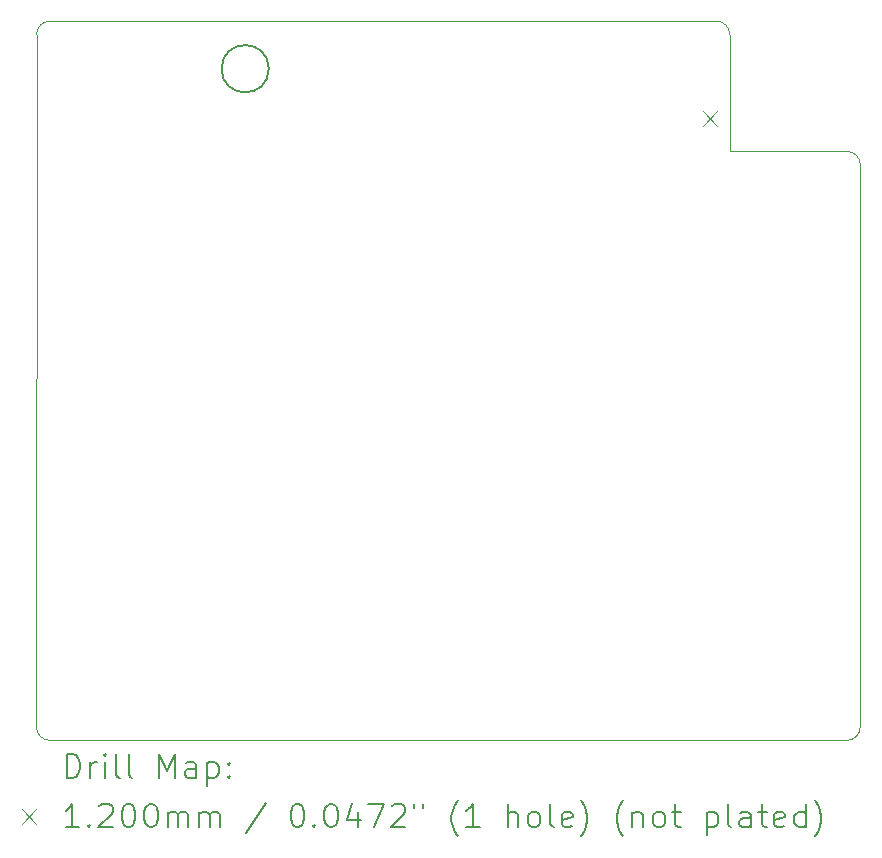
<source format=gbr>
%TF.GenerationSoftware,KiCad,Pcbnew,9.0.3*%
%TF.CreationDate,2025-11-18T23:41:25+00:00*%
%TF.ProjectId,EinsteinTC01PS2Mini,45696e73-7465-4696-9e54-433031505332,rev?*%
%TF.SameCoordinates,Original*%
%TF.FileFunction,Drillmap*%
%TF.FilePolarity,Positive*%
%FSLAX45Y45*%
G04 Gerber Fmt 4.5, Leading zero omitted, Abs format (unit mm)*
G04 Created by KiCad (PCBNEW 9.0.3) date 2025-11-18 23:41:25*
%MOMM*%
%LPD*%
G01*
G04 APERTURE LIST*
%ADD10C,0.150000*%
%ADD11C,0.100000*%
%ADD12C,0.200000*%
%ADD13C,0.120000*%
G04 APERTURE END LIST*
D10*
X18663000Y-8119000D02*
G75*
G02*
X18263000Y-8119000I-200000J0D01*
G01*
X18263000Y-8119000D02*
G75*
G02*
X18663000Y-8119000I200000J0D01*
G01*
D11*
X22566000Y-8818000D02*
X23555998Y-8818000D01*
X16696609Y-7830004D02*
G75*
G02*
X16810613Y-7716000I114000J4D01*
G01*
X23671000Y-8932000D02*
X23671000Y-13692000D01*
X16810613Y-7716000D02*
X22452000Y-7716000D01*
X23556996Y-8817996D02*
G75*
G02*
X23671000Y-8932000I4J-114000D01*
G01*
X22566000Y-7830004D02*
X22566000Y-8818000D01*
X22452000Y-7716000D02*
G75*
G02*
X22566004Y-7830004I4J-114000D01*
G01*
X16696000Y-13692000D02*
X16696609Y-7830007D01*
X16810004Y-13806004D02*
G75*
G02*
X16695996Y-13692000I-4J114004D01*
G01*
X23557000Y-13806000D02*
X16810000Y-13806000D01*
X23671000Y-13691996D02*
G75*
G02*
X23556996Y-13805996I-114000J0D01*
G01*
D12*
D13*
X22336000Y-8480000D02*
X22456000Y-8600000D01*
X22456000Y-8480000D02*
X22336000Y-8600000D01*
D12*
X16951777Y-14122488D02*
X16951777Y-13922488D01*
X16951777Y-13922488D02*
X16999396Y-13922488D01*
X16999396Y-13922488D02*
X17027967Y-13932012D01*
X17027967Y-13932012D02*
X17047015Y-13951060D01*
X17047015Y-13951060D02*
X17056539Y-13970107D01*
X17056539Y-13970107D02*
X17066063Y-14008202D01*
X17066063Y-14008202D02*
X17066063Y-14036774D01*
X17066063Y-14036774D02*
X17056539Y-14074869D01*
X17056539Y-14074869D02*
X17047015Y-14093917D01*
X17047015Y-14093917D02*
X17027967Y-14112964D01*
X17027967Y-14112964D02*
X16999396Y-14122488D01*
X16999396Y-14122488D02*
X16951777Y-14122488D01*
X17151777Y-14122488D02*
X17151777Y-13989155D01*
X17151777Y-14027250D02*
X17161301Y-14008202D01*
X17161301Y-14008202D02*
X17170824Y-13998679D01*
X17170824Y-13998679D02*
X17189872Y-13989155D01*
X17189872Y-13989155D02*
X17208920Y-13989155D01*
X17275586Y-14122488D02*
X17275586Y-13989155D01*
X17275586Y-13922488D02*
X17266063Y-13932012D01*
X17266063Y-13932012D02*
X17275586Y-13941536D01*
X17275586Y-13941536D02*
X17285110Y-13932012D01*
X17285110Y-13932012D02*
X17275586Y-13922488D01*
X17275586Y-13922488D02*
X17275586Y-13941536D01*
X17399396Y-14122488D02*
X17380348Y-14112964D01*
X17380348Y-14112964D02*
X17370824Y-14093917D01*
X17370824Y-14093917D02*
X17370824Y-13922488D01*
X17504158Y-14122488D02*
X17485110Y-14112964D01*
X17485110Y-14112964D02*
X17475586Y-14093917D01*
X17475586Y-14093917D02*
X17475586Y-13922488D01*
X17732729Y-14122488D02*
X17732729Y-13922488D01*
X17732729Y-13922488D02*
X17799396Y-14065345D01*
X17799396Y-14065345D02*
X17866063Y-13922488D01*
X17866063Y-13922488D02*
X17866063Y-14122488D01*
X18047015Y-14122488D02*
X18047015Y-14017726D01*
X18047015Y-14017726D02*
X18037491Y-13998679D01*
X18037491Y-13998679D02*
X18018444Y-13989155D01*
X18018444Y-13989155D02*
X17980348Y-13989155D01*
X17980348Y-13989155D02*
X17961301Y-13998679D01*
X18047015Y-14112964D02*
X18027967Y-14122488D01*
X18027967Y-14122488D02*
X17980348Y-14122488D01*
X17980348Y-14122488D02*
X17961301Y-14112964D01*
X17961301Y-14112964D02*
X17951777Y-14093917D01*
X17951777Y-14093917D02*
X17951777Y-14074869D01*
X17951777Y-14074869D02*
X17961301Y-14055821D01*
X17961301Y-14055821D02*
X17980348Y-14046298D01*
X17980348Y-14046298D02*
X18027967Y-14046298D01*
X18027967Y-14046298D02*
X18047015Y-14036774D01*
X18142253Y-13989155D02*
X18142253Y-14189155D01*
X18142253Y-13998679D02*
X18161301Y-13989155D01*
X18161301Y-13989155D02*
X18199396Y-13989155D01*
X18199396Y-13989155D02*
X18218444Y-13998679D01*
X18218444Y-13998679D02*
X18227967Y-14008202D01*
X18227967Y-14008202D02*
X18237491Y-14027250D01*
X18237491Y-14027250D02*
X18237491Y-14084393D01*
X18237491Y-14084393D02*
X18227967Y-14103440D01*
X18227967Y-14103440D02*
X18218444Y-14112964D01*
X18218444Y-14112964D02*
X18199396Y-14122488D01*
X18199396Y-14122488D02*
X18161301Y-14122488D01*
X18161301Y-14122488D02*
X18142253Y-14112964D01*
X18323205Y-14103440D02*
X18332729Y-14112964D01*
X18332729Y-14112964D02*
X18323205Y-14122488D01*
X18323205Y-14122488D02*
X18313682Y-14112964D01*
X18313682Y-14112964D02*
X18323205Y-14103440D01*
X18323205Y-14103440D02*
X18323205Y-14122488D01*
X18323205Y-13998679D02*
X18332729Y-14008202D01*
X18332729Y-14008202D02*
X18323205Y-14017726D01*
X18323205Y-14017726D02*
X18313682Y-14008202D01*
X18313682Y-14008202D02*
X18323205Y-13998679D01*
X18323205Y-13998679D02*
X18323205Y-14017726D01*
D13*
X16571000Y-14391004D02*
X16691000Y-14511004D01*
X16691000Y-14391004D02*
X16571000Y-14511004D01*
D12*
X17056539Y-14542488D02*
X16942253Y-14542488D01*
X16999396Y-14542488D02*
X16999396Y-14342488D01*
X16999396Y-14342488D02*
X16980348Y-14371060D01*
X16980348Y-14371060D02*
X16961301Y-14390107D01*
X16961301Y-14390107D02*
X16942253Y-14399631D01*
X17142253Y-14523440D02*
X17151777Y-14532964D01*
X17151777Y-14532964D02*
X17142253Y-14542488D01*
X17142253Y-14542488D02*
X17132729Y-14532964D01*
X17132729Y-14532964D02*
X17142253Y-14523440D01*
X17142253Y-14523440D02*
X17142253Y-14542488D01*
X17227967Y-14361536D02*
X17237491Y-14352012D01*
X17237491Y-14352012D02*
X17256539Y-14342488D01*
X17256539Y-14342488D02*
X17304158Y-14342488D01*
X17304158Y-14342488D02*
X17323205Y-14352012D01*
X17323205Y-14352012D02*
X17332729Y-14361536D01*
X17332729Y-14361536D02*
X17342253Y-14380583D01*
X17342253Y-14380583D02*
X17342253Y-14399631D01*
X17342253Y-14399631D02*
X17332729Y-14428202D01*
X17332729Y-14428202D02*
X17218444Y-14542488D01*
X17218444Y-14542488D02*
X17342253Y-14542488D01*
X17466063Y-14342488D02*
X17485110Y-14342488D01*
X17485110Y-14342488D02*
X17504158Y-14352012D01*
X17504158Y-14352012D02*
X17513682Y-14361536D01*
X17513682Y-14361536D02*
X17523205Y-14380583D01*
X17523205Y-14380583D02*
X17532729Y-14418679D01*
X17532729Y-14418679D02*
X17532729Y-14466298D01*
X17532729Y-14466298D02*
X17523205Y-14504393D01*
X17523205Y-14504393D02*
X17513682Y-14523440D01*
X17513682Y-14523440D02*
X17504158Y-14532964D01*
X17504158Y-14532964D02*
X17485110Y-14542488D01*
X17485110Y-14542488D02*
X17466063Y-14542488D01*
X17466063Y-14542488D02*
X17447015Y-14532964D01*
X17447015Y-14532964D02*
X17437491Y-14523440D01*
X17437491Y-14523440D02*
X17427967Y-14504393D01*
X17427967Y-14504393D02*
X17418444Y-14466298D01*
X17418444Y-14466298D02*
X17418444Y-14418679D01*
X17418444Y-14418679D02*
X17427967Y-14380583D01*
X17427967Y-14380583D02*
X17437491Y-14361536D01*
X17437491Y-14361536D02*
X17447015Y-14352012D01*
X17447015Y-14352012D02*
X17466063Y-14342488D01*
X17656539Y-14342488D02*
X17675586Y-14342488D01*
X17675586Y-14342488D02*
X17694634Y-14352012D01*
X17694634Y-14352012D02*
X17704158Y-14361536D01*
X17704158Y-14361536D02*
X17713682Y-14380583D01*
X17713682Y-14380583D02*
X17723205Y-14418679D01*
X17723205Y-14418679D02*
X17723205Y-14466298D01*
X17723205Y-14466298D02*
X17713682Y-14504393D01*
X17713682Y-14504393D02*
X17704158Y-14523440D01*
X17704158Y-14523440D02*
X17694634Y-14532964D01*
X17694634Y-14532964D02*
X17675586Y-14542488D01*
X17675586Y-14542488D02*
X17656539Y-14542488D01*
X17656539Y-14542488D02*
X17637491Y-14532964D01*
X17637491Y-14532964D02*
X17627967Y-14523440D01*
X17627967Y-14523440D02*
X17618444Y-14504393D01*
X17618444Y-14504393D02*
X17608920Y-14466298D01*
X17608920Y-14466298D02*
X17608920Y-14418679D01*
X17608920Y-14418679D02*
X17618444Y-14380583D01*
X17618444Y-14380583D02*
X17627967Y-14361536D01*
X17627967Y-14361536D02*
X17637491Y-14352012D01*
X17637491Y-14352012D02*
X17656539Y-14342488D01*
X17808920Y-14542488D02*
X17808920Y-14409155D01*
X17808920Y-14428202D02*
X17818444Y-14418679D01*
X17818444Y-14418679D02*
X17837491Y-14409155D01*
X17837491Y-14409155D02*
X17866063Y-14409155D01*
X17866063Y-14409155D02*
X17885110Y-14418679D01*
X17885110Y-14418679D02*
X17894634Y-14437726D01*
X17894634Y-14437726D02*
X17894634Y-14542488D01*
X17894634Y-14437726D02*
X17904158Y-14418679D01*
X17904158Y-14418679D02*
X17923205Y-14409155D01*
X17923205Y-14409155D02*
X17951777Y-14409155D01*
X17951777Y-14409155D02*
X17970825Y-14418679D01*
X17970825Y-14418679D02*
X17980348Y-14437726D01*
X17980348Y-14437726D02*
X17980348Y-14542488D01*
X18075586Y-14542488D02*
X18075586Y-14409155D01*
X18075586Y-14428202D02*
X18085110Y-14418679D01*
X18085110Y-14418679D02*
X18104158Y-14409155D01*
X18104158Y-14409155D02*
X18132729Y-14409155D01*
X18132729Y-14409155D02*
X18151777Y-14418679D01*
X18151777Y-14418679D02*
X18161301Y-14437726D01*
X18161301Y-14437726D02*
X18161301Y-14542488D01*
X18161301Y-14437726D02*
X18170825Y-14418679D01*
X18170825Y-14418679D02*
X18189872Y-14409155D01*
X18189872Y-14409155D02*
X18218444Y-14409155D01*
X18218444Y-14409155D02*
X18237491Y-14418679D01*
X18237491Y-14418679D02*
X18247015Y-14437726D01*
X18247015Y-14437726D02*
X18247015Y-14542488D01*
X18637491Y-14332964D02*
X18466063Y-14590107D01*
X18894634Y-14342488D02*
X18913682Y-14342488D01*
X18913682Y-14342488D02*
X18932729Y-14352012D01*
X18932729Y-14352012D02*
X18942253Y-14361536D01*
X18942253Y-14361536D02*
X18951777Y-14380583D01*
X18951777Y-14380583D02*
X18961301Y-14418679D01*
X18961301Y-14418679D02*
X18961301Y-14466298D01*
X18961301Y-14466298D02*
X18951777Y-14504393D01*
X18951777Y-14504393D02*
X18942253Y-14523440D01*
X18942253Y-14523440D02*
X18932729Y-14532964D01*
X18932729Y-14532964D02*
X18913682Y-14542488D01*
X18913682Y-14542488D02*
X18894634Y-14542488D01*
X18894634Y-14542488D02*
X18875587Y-14532964D01*
X18875587Y-14532964D02*
X18866063Y-14523440D01*
X18866063Y-14523440D02*
X18856539Y-14504393D01*
X18856539Y-14504393D02*
X18847015Y-14466298D01*
X18847015Y-14466298D02*
X18847015Y-14418679D01*
X18847015Y-14418679D02*
X18856539Y-14380583D01*
X18856539Y-14380583D02*
X18866063Y-14361536D01*
X18866063Y-14361536D02*
X18875587Y-14352012D01*
X18875587Y-14352012D02*
X18894634Y-14342488D01*
X19047015Y-14523440D02*
X19056539Y-14532964D01*
X19056539Y-14532964D02*
X19047015Y-14542488D01*
X19047015Y-14542488D02*
X19037491Y-14532964D01*
X19037491Y-14532964D02*
X19047015Y-14523440D01*
X19047015Y-14523440D02*
X19047015Y-14542488D01*
X19180348Y-14342488D02*
X19199396Y-14342488D01*
X19199396Y-14342488D02*
X19218444Y-14352012D01*
X19218444Y-14352012D02*
X19227968Y-14361536D01*
X19227968Y-14361536D02*
X19237491Y-14380583D01*
X19237491Y-14380583D02*
X19247015Y-14418679D01*
X19247015Y-14418679D02*
X19247015Y-14466298D01*
X19247015Y-14466298D02*
X19237491Y-14504393D01*
X19237491Y-14504393D02*
X19227968Y-14523440D01*
X19227968Y-14523440D02*
X19218444Y-14532964D01*
X19218444Y-14532964D02*
X19199396Y-14542488D01*
X19199396Y-14542488D02*
X19180348Y-14542488D01*
X19180348Y-14542488D02*
X19161301Y-14532964D01*
X19161301Y-14532964D02*
X19151777Y-14523440D01*
X19151777Y-14523440D02*
X19142253Y-14504393D01*
X19142253Y-14504393D02*
X19132729Y-14466298D01*
X19132729Y-14466298D02*
X19132729Y-14418679D01*
X19132729Y-14418679D02*
X19142253Y-14380583D01*
X19142253Y-14380583D02*
X19151777Y-14361536D01*
X19151777Y-14361536D02*
X19161301Y-14352012D01*
X19161301Y-14352012D02*
X19180348Y-14342488D01*
X19418444Y-14409155D02*
X19418444Y-14542488D01*
X19370825Y-14332964D02*
X19323206Y-14475821D01*
X19323206Y-14475821D02*
X19447015Y-14475821D01*
X19504158Y-14342488D02*
X19637491Y-14342488D01*
X19637491Y-14342488D02*
X19551777Y-14542488D01*
X19704158Y-14361536D02*
X19713682Y-14352012D01*
X19713682Y-14352012D02*
X19732729Y-14342488D01*
X19732729Y-14342488D02*
X19780349Y-14342488D01*
X19780349Y-14342488D02*
X19799396Y-14352012D01*
X19799396Y-14352012D02*
X19808920Y-14361536D01*
X19808920Y-14361536D02*
X19818444Y-14380583D01*
X19818444Y-14380583D02*
X19818444Y-14399631D01*
X19818444Y-14399631D02*
X19808920Y-14428202D01*
X19808920Y-14428202D02*
X19694634Y-14542488D01*
X19694634Y-14542488D02*
X19818444Y-14542488D01*
X19894634Y-14342488D02*
X19894634Y-14380583D01*
X19970825Y-14342488D02*
X19970825Y-14380583D01*
X20266063Y-14618679D02*
X20256539Y-14609155D01*
X20256539Y-14609155D02*
X20237491Y-14580583D01*
X20237491Y-14580583D02*
X20227968Y-14561536D01*
X20227968Y-14561536D02*
X20218444Y-14532964D01*
X20218444Y-14532964D02*
X20208920Y-14485345D01*
X20208920Y-14485345D02*
X20208920Y-14447250D01*
X20208920Y-14447250D02*
X20218444Y-14399631D01*
X20218444Y-14399631D02*
X20227968Y-14371060D01*
X20227968Y-14371060D02*
X20237491Y-14352012D01*
X20237491Y-14352012D02*
X20256539Y-14323440D01*
X20256539Y-14323440D02*
X20266063Y-14313917D01*
X20447015Y-14542488D02*
X20332730Y-14542488D01*
X20389872Y-14542488D02*
X20389872Y-14342488D01*
X20389872Y-14342488D02*
X20370825Y-14371060D01*
X20370825Y-14371060D02*
X20351777Y-14390107D01*
X20351777Y-14390107D02*
X20332730Y-14399631D01*
X20685111Y-14542488D02*
X20685111Y-14342488D01*
X20770825Y-14542488D02*
X20770825Y-14437726D01*
X20770825Y-14437726D02*
X20761301Y-14418679D01*
X20761301Y-14418679D02*
X20742253Y-14409155D01*
X20742253Y-14409155D02*
X20713682Y-14409155D01*
X20713682Y-14409155D02*
X20694634Y-14418679D01*
X20694634Y-14418679D02*
X20685111Y-14428202D01*
X20894634Y-14542488D02*
X20875587Y-14532964D01*
X20875587Y-14532964D02*
X20866063Y-14523440D01*
X20866063Y-14523440D02*
X20856539Y-14504393D01*
X20856539Y-14504393D02*
X20856539Y-14447250D01*
X20856539Y-14447250D02*
X20866063Y-14428202D01*
X20866063Y-14428202D02*
X20875587Y-14418679D01*
X20875587Y-14418679D02*
X20894634Y-14409155D01*
X20894634Y-14409155D02*
X20923206Y-14409155D01*
X20923206Y-14409155D02*
X20942253Y-14418679D01*
X20942253Y-14418679D02*
X20951777Y-14428202D01*
X20951777Y-14428202D02*
X20961301Y-14447250D01*
X20961301Y-14447250D02*
X20961301Y-14504393D01*
X20961301Y-14504393D02*
X20951777Y-14523440D01*
X20951777Y-14523440D02*
X20942253Y-14532964D01*
X20942253Y-14532964D02*
X20923206Y-14542488D01*
X20923206Y-14542488D02*
X20894634Y-14542488D01*
X21075587Y-14542488D02*
X21056539Y-14532964D01*
X21056539Y-14532964D02*
X21047015Y-14513917D01*
X21047015Y-14513917D02*
X21047015Y-14342488D01*
X21227968Y-14532964D02*
X21208920Y-14542488D01*
X21208920Y-14542488D02*
X21170825Y-14542488D01*
X21170825Y-14542488D02*
X21151777Y-14532964D01*
X21151777Y-14532964D02*
X21142253Y-14513917D01*
X21142253Y-14513917D02*
X21142253Y-14437726D01*
X21142253Y-14437726D02*
X21151777Y-14418679D01*
X21151777Y-14418679D02*
X21170825Y-14409155D01*
X21170825Y-14409155D02*
X21208920Y-14409155D01*
X21208920Y-14409155D02*
X21227968Y-14418679D01*
X21227968Y-14418679D02*
X21237492Y-14437726D01*
X21237492Y-14437726D02*
X21237492Y-14456774D01*
X21237492Y-14456774D02*
X21142253Y-14475821D01*
X21304158Y-14618679D02*
X21313682Y-14609155D01*
X21313682Y-14609155D02*
X21332730Y-14580583D01*
X21332730Y-14580583D02*
X21342253Y-14561536D01*
X21342253Y-14561536D02*
X21351777Y-14532964D01*
X21351777Y-14532964D02*
X21361301Y-14485345D01*
X21361301Y-14485345D02*
X21361301Y-14447250D01*
X21361301Y-14447250D02*
X21351777Y-14399631D01*
X21351777Y-14399631D02*
X21342253Y-14371060D01*
X21342253Y-14371060D02*
X21332730Y-14352012D01*
X21332730Y-14352012D02*
X21313682Y-14323440D01*
X21313682Y-14323440D02*
X21304158Y-14313917D01*
X21666063Y-14618679D02*
X21656539Y-14609155D01*
X21656539Y-14609155D02*
X21637492Y-14580583D01*
X21637492Y-14580583D02*
X21627968Y-14561536D01*
X21627968Y-14561536D02*
X21618444Y-14532964D01*
X21618444Y-14532964D02*
X21608920Y-14485345D01*
X21608920Y-14485345D02*
X21608920Y-14447250D01*
X21608920Y-14447250D02*
X21618444Y-14399631D01*
X21618444Y-14399631D02*
X21627968Y-14371060D01*
X21627968Y-14371060D02*
X21637492Y-14352012D01*
X21637492Y-14352012D02*
X21656539Y-14323440D01*
X21656539Y-14323440D02*
X21666063Y-14313917D01*
X21742253Y-14409155D02*
X21742253Y-14542488D01*
X21742253Y-14428202D02*
X21751777Y-14418679D01*
X21751777Y-14418679D02*
X21770825Y-14409155D01*
X21770825Y-14409155D02*
X21799396Y-14409155D01*
X21799396Y-14409155D02*
X21818444Y-14418679D01*
X21818444Y-14418679D02*
X21827968Y-14437726D01*
X21827968Y-14437726D02*
X21827968Y-14542488D01*
X21951777Y-14542488D02*
X21932730Y-14532964D01*
X21932730Y-14532964D02*
X21923206Y-14523440D01*
X21923206Y-14523440D02*
X21913682Y-14504393D01*
X21913682Y-14504393D02*
X21913682Y-14447250D01*
X21913682Y-14447250D02*
X21923206Y-14428202D01*
X21923206Y-14428202D02*
X21932730Y-14418679D01*
X21932730Y-14418679D02*
X21951777Y-14409155D01*
X21951777Y-14409155D02*
X21980349Y-14409155D01*
X21980349Y-14409155D02*
X21999396Y-14418679D01*
X21999396Y-14418679D02*
X22008920Y-14428202D01*
X22008920Y-14428202D02*
X22018444Y-14447250D01*
X22018444Y-14447250D02*
X22018444Y-14504393D01*
X22018444Y-14504393D02*
X22008920Y-14523440D01*
X22008920Y-14523440D02*
X21999396Y-14532964D01*
X21999396Y-14532964D02*
X21980349Y-14542488D01*
X21980349Y-14542488D02*
X21951777Y-14542488D01*
X22075587Y-14409155D02*
X22151777Y-14409155D01*
X22104158Y-14342488D02*
X22104158Y-14513917D01*
X22104158Y-14513917D02*
X22113682Y-14532964D01*
X22113682Y-14532964D02*
X22132730Y-14542488D01*
X22132730Y-14542488D02*
X22151777Y-14542488D01*
X22370825Y-14409155D02*
X22370825Y-14609155D01*
X22370825Y-14418679D02*
X22389872Y-14409155D01*
X22389872Y-14409155D02*
X22427968Y-14409155D01*
X22427968Y-14409155D02*
X22447015Y-14418679D01*
X22447015Y-14418679D02*
X22456539Y-14428202D01*
X22456539Y-14428202D02*
X22466063Y-14447250D01*
X22466063Y-14447250D02*
X22466063Y-14504393D01*
X22466063Y-14504393D02*
X22456539Y-14523440D01*
X22456539Y-14523440D02*
X22447015Y-14532964D01*
X22447015Y-14532964D02*
X22427968Y-14542488D01*
X22427968Y-14542488D02*
X22389872Y-14542488D01*
X22389872Y-14542488D02*
X22370825Y-14532964D01*
X22580349Y-14542488D02*
X22561301Y-14532964D01*
X22561301Y-14532964D02*
X22551777Y-14513917D01*
X22551777Y-14513917D02*
X22551777Y-14342488D01*
X22742253Y-14542488D02*
X22742253Y-14437726D01*
X22742253Y-14437726D02*
X22732730Y-14418679D01*
X22732730Y-14418679D02*
X22713682Y-14409155D01*
X22713682Y-14409155D02*
X22675587Y-14409155D01*
X22675587Y-14409155D02*
X22656539Y-14418679D01*
X22742253Y-14532964D02*
X22723206Y-14542488D01*
X22723206Y-14542488D02*
X22675587Y-14542488D01*
X22675587Y-14542488D02*
X22656539Y-14532964D01*
X22656539Y-14532964D02*
X22647015Y-14513917D01*
X22647015Y-14513917D02*
X22647015Y-14494869D01*
X22647015Y-14494869D02*
X22656539Y-14475821D01*
X22656539Y-14475821D02*
X22675587Y-14466298D01*
X22675587Y-14466298D02*
X22723206Y-14466298D01*
X22723206Y-14466298D02*
X22742253Y-14456774D01*
X22808920Y-14409155D02*
X22885111Y-14409155D01*
X22837492Y-14342488D02*
X22837492Y-14513917D01*
X22837492Y-14513917D02*
X22847015Y-14532964D01*
X22847015Y-14532964D02*
X22866063Y-14542488D01*
X22866063Y-14542488D02*
X22885111Y-14542488D01*
X23027968Y-14532964D02*
X23008920Y-14542488D01*
X23008920Y-14542488D02*
X22970825Y-14542488D01*
X22970825Y-14542488D02*
X22951777Y-14532964D01*
X22951777Y-14532964D02*
X22942253Y-14513917D01*
X22942253Y-14513917D02*
X22942253Y-14437726D01*
X22942253Y-14437726D02*
X22951777Y-14418679D01*
X22951777Y-14418679D02*
X22970825Y-14409155D01*
X22970825Y-14409155D02*
X23008920Y-14409155D01*
X23008920Y-14409155D02*
X23027968Y-14418679D01*
X23027968Y-14418679D02*
X23037492Y-14437726D01*
X23037492Y-14437726D02*
X23037492Y-14456774D01*
X23037492Y-14456774D02*
X22942253Y-14475821D01*
X23208920Y-14542488D02*
X23208920Y-14342488D01*
X23208920Y-14532964D02*
X23189873Y-14542488D01*
X23189873Y-14542488D02*
X23151777Y-14542488D01*
X23151777Y-14542488D02*
X23132730Y-14532964D01*
X23132730Y-14532964D02*
X23123206Y-14523440D01*
X23123206Y-14523440D02*
X23113682Y-14504393D01*
X23113682Y-14504393D02*
X23113682Y-14447250D01*
X23113682Y-14447250D02*
X23123206Y-14428202D01*
X23123206Y-14428202D02*
X23132730Y-14418679D01*
X23132730Y-14418679D02*
X23151777Y-14409155D01*
X23151777Y-14409155D02*
X23189873Y-14409155D01*
X23189873Y-14409155D02*
X23208920Y-14418679D01*
X23285111Y-14618679D02*
X23294634Y-14609155D01*
X23294634Y-14609155D02*
X23313682Y-14580583D01*
X23313682Y-14580583D02*
X23323206Y-14561536D01*
X23323206Y-14561536D02*
X23332730Y-14532964D01*
X23332730Y-14532964D02*
X23342253Y-14485345D01*
X23342253Y-14485345D02*
X23342253Y-14447250D01*
X23342253Y-14447250D02*
X23332730Y-14399631D01*
X23332730Y-14399631D02*
X23323206Y-14371060D01*
X23323206Y-14371060D02*
X23313682Y-14352012D01*
X23313682Y-14352012D02*
X23294634Y-14323440D01*
X23294634Y-14323440D02*
X23285111Y-14313917D01*
M02*

</source>
